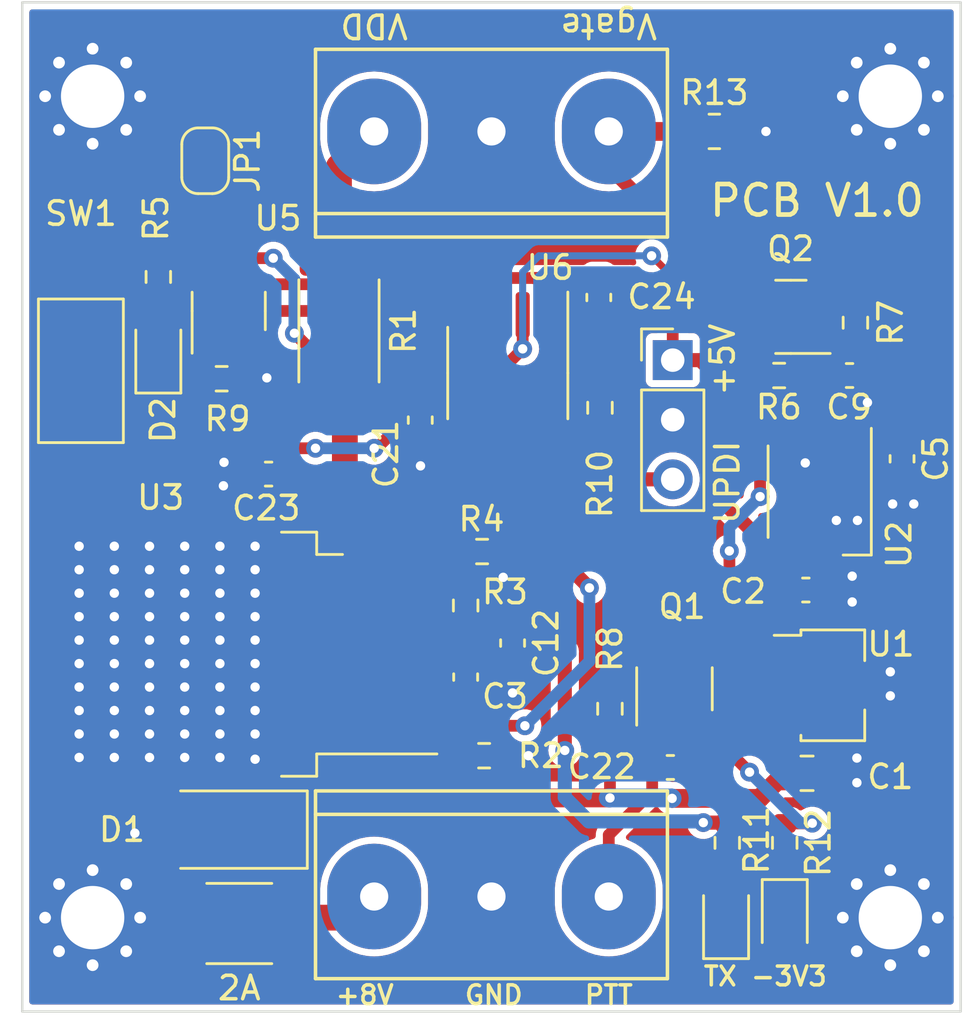
<source format=kicad_pcb>
(kicad_pcb (version 20211014) (generator pcbnew)
  (layers (0 "F.Cu" signal) (31 "B.Cu" signal) (34 "B.Paste" user) (35 "F.Paste" user) (36 "B.SilkS" user "B.Silkscreen") (37 "F.SilkS" user "F.Silkscreen") (38 "B.Mask" user) (39 "F.Mask" user) (44 "Edge.Cuts" user))
  (net 0 "")
  (net 1 "GNDREF")
  (net 2 "+5V")
  (net 3 "Net-(F1-Pad1)")
  (net 4 "Net-(C9-Pad2)")
  (net 5 "Net-(J3-Pad1)")
  (net 6 "Net-(C22-Pad1)")
  (net 7 "Net-(Q1-Pad1)")
  (net 8 "Net-(R3-Pad2)")
  (net 9 "Net-(D3-Pad2)")
  (net 10 "Net-(D4-Pad1)")
  (net 11 "Net-(C21-Pad2)")
  (net 12 "Net-(C23-Pad1)")
  (net 13 "Net-(J3-Pad3)")
  (net 14 "Net-(J2-Pad3)")
  (net 15 "Net-(C5-Pad1)")
  (net 16 "Net-(JP1-Pad2)")
  (net 17 "Net-(D2-Pad2)")
  (net 18 "Net-(C1-Pad1)")
  (net 21 "Net-(R2-Pad1)")
  (net 22 "Net-(C12-Pad1)")
  (net 23 "Net-(R10-Pad2)")
  (footprint "Capacitor_SMD:C_0603_1608Metric" (layer "F.Cu") (at 178.625 86.6)
    (fp_text reference "C22")
    (fp_text value "100n")
  )
  (footprint "Resistor_SMD:R_0603_1608Metric" (layer "F.Cu") (at 175.625 71.275 90)
    (fp_text reference "R10")
    (fp_text value "470R")
  )
  (footprint "Capacitor_SMD:C_0603_1608Metric" (layer "F.Cu") (at 186.2625 69.9 180)
    (fp_text reference "C9")
    (fp_text value "100n")
  )
  (footprint "Package_TO_SOT_SMD:TO-263-5_TabPin3" (layer "F.Cu") (at 160.6 81.775 180)
    (fp_text reference "U3")
    (fp_text value "MIC29302")
  )
  (footprint "Capacitor_SMD:C_0603_1608Metric" (layer "F.Cu") (at 175.575 66.575 -90)
    (fp_text reference "C24")
    (fp_text value "100n")
  )
  (footprint "Diode_SMD:D_SMA" (layer "F.Cu") (at 159.75 89.25 180)
    (fp_text reference "D1")
    (fp_text value "SS34")
  )
  (footprint "Resistor_SMD:R_0603_1608Metric" (layer "F.Cu") (at 170.6 77.4)
    (fp_text reference "R4")
    (fp_text value "470R")
  )
  (footprint "Package_TO_SOT_SMD:SOT-23" (layer "F.Cu") (at 183.7625 67.4 180)
    (fp_text reference "Q2")
    (fp_text value "BC859C")
  )
  (footprint "MountingHole:MountingHole_2.7mm_M2.5_Pad_Via" (layer "F.Cu") (at 154 58)
    (fp_text reference "H5" hide)
    (fp_text value "~")
  )
  (footprint "Resistor_SMD:R_0603_1608Metric" (layer "F.Cu") (at 176.05 84.1 -90)
    (fp_text reference "R8")
    (fp_text value "10K")
  )
  (footprint "MyFootprints:SOT-25_HandSoldering" (layer "F.Cu") (at 178.8 83.25 90)
    (fp_text reference "Q1")
    (fp_text value "FMG1")
  )
  (footprint "Resistor_SMD:R_0603_1608Metric" (layer "F.Cu") (at 183.5 89.8125 -90)
    (fp_text reference "R12")
    (fp_text value "330R")
  )
  (footprint "Fuse:Fuse_1812_4532Metric_Pad1.30x3.40mm_HandSolder" (layer "F.Cu") (at 160.25 93.25 180)
    (fp_text reference "F1" hide)
    (fp_text value "2A")
  )
  (footprint "Package_TO_SOT_SMD:SOT-23-5" (layer "F.Cu") (at 159.8 67.15 90)
    (fp_text reference "U5")
    (fp_text value "INA168")
  )
  (footprint "Capacitor_SMD:C_0603_1608Metric" (layer "F.Cu") (at 167.965 71.8 90)
    (fp_text reference "C21")
    (fp_text value "100n")
  )
  (footprint "LED_SMD:LED_0805_2012Metric" (layer "F.Cu") (at 181 93.0625 90)
    (fp_text reference "D3" hide)
    (fp_text value "Red LED")
  )
  (footprint "Jumper:SolderJumper-2_P1.3mm_Open_RoundedPad1.0x1.5mm" (layer "F.Cu") (at 158.8 60.75 -90)
    (fp_text reference "JP1")
    (fp_text value "'")
  )
  (footprint "Resistor_SMD:R_0603_1608Metric" (layer "F.Cu") (at 156.8 65.7 -90)
    (fp_text reference "R5")
    (fp_text value "10K")
  )
  (footprint "Resistor_SMD:R_0805_2012Metric" (layer "F.Cu") (at 180.5 59.5)
    (fp_text reference "R13")
    (fp_text value "100R")
  )
  (footprint "Capacitor_SMD:C_0603_1608Metric" (layer "F.Cu") (at 161.5 74.1 180)
    (fp_text reference "C23")
    (fp_text value "Opt")
  )
  (footprint "Resistor_SMD:R_0603_1608Metric" (layer "F.Cu") (at 186.5125 67.65 90)
    (fp_text reference "R7")
    (fp_text value "2K")
  )
  (footprint "Resistor_SMD:R_2512_6332Metric" (layer "F.Cu") (at 164.5 68 90)
    (fp_text reference "R1")
    (fp_text value "0.1R")
  )
  (footprint "Capacitor_SMD:C_0603_1608Metric" (layer "F.Cu") (at 188.5 73.45 -90)
    (fp_text reference "C5")
    (fp_text value "10u")
  )
  (footprint "MountingHole:MountingHole_2.7mm_M2.5_Pad_Via" (layer "F.Cu") (at 188 93)
    (fp_text reference "H2" hide)
    (fp_text value "~")
  )
  (footprint "MyFootprints:KF301-3P" (layer "F.Cu") (at 171 92.1 180)
    (fp_text reference "J1" hide)
    (fp_text value "8V-DC" hide)
  )
  (footprint "Resistor_SMD:R_0603_1608Metric" (layer "F.Cu") (at 170.6875 86.1)
    (fp_text reference "R2")
    (fp_text value "4K7")
  )
  (footprint "Resistor_SMD:R_0603_1608Metric" (layer "F.Cu") (at 183.2625 69.9 180)
    (fp_text reference "R6")
    (fp_text value "5K1")
  )
  (footprint "Package_TO_SOT_SMD:SOT-89-3" (layer "F.Cu") (at 185.25 83.1)
    (fp_text reference "U1")
    (fp_text value "L78L05_SOT89")
  )
  (footprint "Capacitor_SMD:C_0603_1608Metric" (layer "F.Cu") (at 169.9 82.75 90)
    (fp_text reference "C3")
    (fp_text value "100n")
  )
  (footprint "MyFootprints:KF301-3P" (layer "F.Cu") (at 171 59.5)
    (fp_text reference "J3" hide)
    (fp_text value "RF_unit" hide)
  )
  (footprint "Resistor_SMD:R_0603_1608Metric" (layer "F.Cu") (at 169.9 79.7 90)
    (fp_text reference "R3")
    (fp_text value "2K2")
  )
  (footprint "Package_SO:SOIC-8_3.9x4.9mm_P1.27mm" (layer "F.Cu") (at 171.695 69.795 -90)
    (fp_text reference "U6")
    (fp_text value "ATtiny412-SS")
  )
  (footprint "MountingHole:MountingHole_2.7mm_M2.5_Pad_Via" (layer "F.Cu") (at 154 93)
    (fp_text reference "H3" hide)
    (fp_text value "~")
  )
  (footprint "Capacitor_SMD:C_0805_2012Metric" (layer "F.Cu") (at 184.45 86.85)
    (fp_text reference "C1")
    (fp_text value "10u")
  )
  (footprint "LED_SMD:LED_0805_2012Metric" (layer "F.Cu") (at 156.8 68.9625 90)
    (fp_text reference "D2")
    (fp_text value "Blue LED")
  )
  (footprint "Resistor_SMD:R_0603_1608Metric" (layer "F.Cu") (at 181.05 89.8125 -90)
    (fp_text reference "R11")
    (fp_text value "1K")
  )
  (footprint "MyFootprints:R05C1TF05S" (layer "F.Cu") (at 184.99 74.85 -90)
    (fp_text reference "U2")
    (fp_text value "R05C1TF05S-R")
  )
  (footprint "MountingHole:MountingHole_2.7mm_M2.5_Pad_Via" (layer "F.Cu") (at 188 58)
    (fp_text reference "H6" hide)
    (fp_text value "~")
  )
  (footprint "Capacitor_SMD:C_0603_1608Metric" (layer "F.Cu") (at 184.4 79.04)
    (fp_text reference "C2")
    (fp_text value "10u")
  )
  (footprint "Connector_PinHeader_2.54mm:PinHeader_1x03_P2.54mm_Vertical" (layer "F.Cu") (at 178.725 69.245)
    (fp_text reference "J2" hide)
    (fp_text value "UPDI")
  )
  (footprint "Resistor_SMD:R_0603_1608Metric" (layer "F.Cu") (at 159.5 70.0375)
    (fp_text reference "R9")
    (fp_text value "51K")
  )
  (footprint "LED_SMD:LED_0805_2012Metric" (layer "F.Cu") (at 183.5 93.0625 -90)
    (fp_text reference "D4" hide)
    (fp_text value "Green LED")
  )
  (footprint "Button_Switch_SMD:SW_SPST_FSMSM" (layer "F.Cu") (at 153.5 69.7 90)
    (fp_text reference "SW1")
    (fp_text value "SW_Push")
  )
  (footprint "Capacitor_SMD:C_0603_1608Metric" (layer "F.Cu") (at 171.9 81.3 -90)
    (fp_text reference "C12")
    (fp_text value "10u")
  )
  (gr_rect (start 151 54) (end 191 97) (layer "Edge.Cuts") (width 0.1) (fill none))
  (gr_text "+5V" (at 180.85 69.225 90) (layer "F.SilkS") (effects (font (size 1 1))))
  (gr_text "2A" (at 160.25 96) (layer "F.SilkS") (effects (font (size 1 1))))
  (gr_text "Vgate" (at 176 55 180) (layer "F.SilkS") (effects (font (size 1 1))))
  (gr_text "PTT" (at 176 96.3) (layer "F.SilkS") (effects (font (size 0.8 0.8))))
  (gr_text "VDD" (at 166 55 180) (layer "F.SilkS") (effects (font (size 1 1))))
  (gr_text "TX" (at 180.75 95.5) (layer "F.SilkS") (effects (font (size 0.8 0.8))))
  (gr_text "-3V3" (at 183.68 95.5) (layer "F.SilkS") (effects (font (size 0.8 0.8))))
  (gr_text "PCB V1.0" (at 184.875 62.45) (layer "F.SilkS") (effects (font (size 1.3 1.3) (thickness 0.2))))
  (gr_text "+8V" (at 165.6 96.3) (layer "F.SilkS") (effects (font (size 0.8 0.8))))
  (gr_text "GND" (at 171.1 96.3) (layer "F.SilkS") (effects (font (size 0.8 0.8))))
  (gr_text "UPDI" (at 181.05 74.45 90) (layer "F.SilkS") (effects (font (size 1 1))))
  (segment (start 184.399022 83.1) (end 183.6875 83.1) (width 0.8) (layer "F.Cu") (net 1))
  (segment (start 159.8 68.2875) (end 159.8 69.5125) (width 0.5) (layer "F.Cu") (net 1))
  (segment (start 171.6125 86.2) (end 171.5125 86.1) (width 0.5) (layer "F.Cu") (net 1))
  (segment (start 159.8 69.5125) (end 160.325 70.0375) (width 0.5) (layer "F.Cu") (net 1))
  (via (at 157.925 81.175) (size 0.8) (drill 0.4) (layers "F.Cu" "B.Cu") (net 1))
  (via (at 161.425 70) (size 0.8) (drill 0.4) (layers "F.Cu" "B.Cu") (net 1))
  (via (at 155.8 89.4) (size 0.8) (drill 0.4) (layers "F.Cu" "B.Cu") (net 1))
  (via (at 185.7 76.075) (size 0.8) (drill 0.4) (layers "F.Cu" "B.Cu") (net 1))
  (via (at 186.375 78.45) (size 0.8) (drill 0.4) (layers "F.Cu" "B.Cu") (net 1))
  (via (at 156.425 83.175) (size 0.8) (drill 0.4) (layers "F.Cu" "B.Cu") (net 1))
  (via (at 186.575 86.2) (size 0.8) (drill 0.4) (layers "F.Cu" "B.Cu") (net 1))
  (via (at 156.425 80.175) (size 0.8) (drill 0.4) (layers "F.Cu" "B.Cu") (net 1))
  (via (at 160.925 78.175) (size 0.8) (drill 0.4) (layers "F.Cu" "B.Cu") (net 1))
  (via (at 154.925 82.175) (size 0.8) (drill 0.4) (layers "F.Cu" "B.Cu") (net 1))
  (via (at 154.925 84.175) (size 0.8) (drill 0.4) (layers "F.Cu" "B.Cu") (net 1))
  (via (at 172.575 86.1) (size 0.8) (drill 0.4) (layers "F.Cu" "B.Cu") (net 1))
  (via (at 153.425 80.175) (size 0.8) (drill 0.4) (layers "F.Cu" "B.Cu") (net 1))
  (via (at 156.425 77.175) (size 0.8) (drill 0.4) (layers "F.Cu" "B.Cu") (net 1))
  (via (at 160.925 86.25) (size 0.8) (drill 0.4) (layers "F.Cu" "B.Cu") (net 1))
  (via (at 156.425 81.175) (size 0.8) (drill 0.4) (layers "F.Cu" "B.Cu") (net 1))
  (via (at 154.925 83.175) (size 0.8) (drill 0.4) (layers "F.Cu" "B.Cu") (net 1))
  (via (at 156.425 79.175) (size 0.8) (drill 0.4) (layers "F.Cu" "B.Cu") (net 1))
  (via (at 188 83.55) (size 0.8) (drill 0.4) (layers "F.Cu" "B.Cu") (net 1))
  (via (at 160.925 80.175) (size 0.8) (drill 0.4) (layers "F.Cu" "B.Cu") (net 1))
  (via (at 159.425 86.175) (size 0.8) (drill 0.4) (layers "F.Cu" "B.Cu") (net 1))
  (via (at 160.925 83.175) (size 0.8) (drill 0.4) (layers "F.Cu" "B.Cu") (net 1))
  (via (at 160.925 81.175) (size 0.8) (drill 0.4) (layers "F.Cu" "B.Cu") (net 1))
  (via (at 159.425 79.175) (size 0.8) (drill 0.4) (layers "F.Cu" "B.Cu") (net 1))
  (via (at 159.575 74.6) (size 0.8) (drill 0.4) (layers "F.Cu" "B.Cu") (net 1))
  (via (at 153.425 83.175) (size 0.8) (drill 0.4) (layers "F.Cu" "B.Cu") (net 1))
  (via (at 153.425 79.175) (size 0.8) (drill 0.4) (layers "F.Cu" "B.Cu") (net 1))
  (via (at 153.425 81.175) (size 0.8) (drill 0.4) (layers "F.Cu" "B.Cu") (net 1))
  (via (at 182.7 59.5) (size 0.8) (drill 0.4) (layers "F.Cu" "B.Cu") (net 1))
  (via (at 159.425 85.175) (size 0.8) (drill 0.4) (layers "F.Cu" "B.Cu") (net 1))
  (via (at 188 82.525) (size 0.8) (drill 0.4) (layers "F.Cu" "B.Cu") (net 1))
  (via (at 159.6 73.6) (size 0.8) (drill 0.4) (layers "F.Cu" "B.Cu") (net 1))
  (via (at 159.425 83.175) (size 0.8) (drill 0.4) (layers "F.Cu" "B.Cu") (net 1))
  (via (at 153.425 85.175) (size 0.8) (drill 0.4) (layers "F.Cu" "B.Cu") (net 1))
  (via (at 153.425 82.175) (size 0.8) (drill 0.4) (layers "F.Cu" "B.Cu") (net 1))
  (via (at 159.425 81.175) (size 0.8) (drill 0.4) (layers "F.Cu" "B.Cu") (net 1))
  (via (at 186.6 76.075) (size 0.8) (drill 0.4) (layers "F.Cu" "B.Cu") (net 1))
  (via (at 157.925 82.175) (size 0.8) (drill 0.4) (layers "F.Cu" "B.Cu") (net 1))
  (via (at 160.925 85.175) (size 0.8) (drill 0.4) (layers "F.Cu" "B.Cu") (net 1))
  (via (at 157.925 80.175) (size 0.8) (drill 0.4) (layers "F.Cu" "B.Cu") (net 1))
  (via (at 154.925 78.175) (size 0.8) (drill 0.4) (layers "F.Cu" "B.Cu") (net 1))
  (via (at 156.425 82.175) (size 0.8) (drill 0.4) (layers "F.Cu" "B.Cu") (net 1))
  (via (at 154.925 77.175) (size 0.8) (drill 0.4) (layers "F.Cu" "B.Cu") (net 1))
  (via (at 167.975 73.75) (size 0.8) (drill 0.4) (layers "F.Cu" "B.Cu") (net 1))
  (via (at 153.425 86.175) (size 0.8) (drill 0.4) (layers "F.Cu" "B.Cu") (net 1))
  (via (at 160.925 79.175) (size 0.8) (drill 0.4) (layers "F.Cu" "B.Cu") (net 1))
  (via (at 187.025 71.05) (size 0.8) (drill 0.4) (layers "F.Cu" "B.Cu") (net 1))
  (via (at 153.425 84.175) (size 0.8) (drill 0.4) (layers "F.Cu" "B.Cu") (net 1))
  (via (at 154.925 80.175) (size 0.8) (drill 0.4) (layers "F.Cu" "B.Cu") (net 1))
  (via (at 153.425 78.175) (size 0.8) (drill 0.4) (layers "F.Cu" "B.Cu") (net 1))
  (via (at 186.575 87.25) (size 0.8) (drill 0.4) (layers "F.Cu" "B.Cu") (net 1))
  (via (at 156.425 84.175) (size 0.8) (drill 0.4) (layers "F.Cu" "B.Cu") (net 1))
  (via (at 159.425 78.175) (size 0.8) (drill 0.4) (layers "F.Cu" "B.Cu") (net 1))
  (via (at 157.925 79.175) (size 0.8) (drill 0.4) (layers "F.Cu" "B.Cu") (net 1))
  (via (at 154.925 81.175) (size 0.8) (drill 0.4) (layers "F.Cu" "B.Cu") (net 1))
  (via (at 171.5 78.5) (size 0.8) (drill 0.4) (layers "F.Cu" "B.Cu") (net 1))
  (via (at 157.925 77.175) (size 0.8) (drill 0.4) (layers "F.Cu" "B.Cu") (net 1))
  (via (at 156.425 78.175) (size 0.8) (drill 0.4) (layers "F.Cu" "B.Cu") (net 1))
  (via (at 154.925 85.175) (size 0.8) (drill 0.4) (layers "F.Cu" "B.Cu") (net 1))
  (via (at 157.925 84.175) (size 0.8) (drill 0.4) (layers "F.Cu" "B.Cu") (net 1))
  (via (at 154.925 79.175) (size 0.8) (drill 0.4) (layers "F.Cu" "B.Cu") (net 1))
  (via (at 159.425 80.175) (size 0.8) (drill 0.4) (layers "F.Cu" "B.Cu") (net 1))
  (via (at 186.375 79.55) (size 0.8) (drill 0.4) (layers "F.Cu" "B.Cu") (net 1))
  (via (at 157.925 78.175) (size 0.8) (drill 0.4) (layers "F.Cu" "B.Cu") (net 1))
  (via (at 160.925 82.175) (size 0.8) (drill 0.4) (layers "F.Cu" "B.Cu") (net 1))
  (via (at 189 75.375) (size 0.8) (drill 0.4) (layers "F.Cu" "B.Cu") (net 1))
  (via (at 154.925 86.175) (size 0.8) (drill 0.4) (layers "F.Cu" "B.Cu") (net 1))
  (via (at 159.425 82.175) (size 0.8) (drill 0.4) (layers "F.Cu" "B.Cu") (net 1))
  (via (at 159.425 84.175) (size 0.8) (drill 0.4) (layers "F.Cu" "B.Cu") (net 1))
  (via (at 188.1 75.375) (size 0.8) (drill 0.4) (layers "F.Cu" "B.Cu") (net 1))
  (via (at 153.425 77.175) (size 0.8) (drill 0.4) (layers "F.Cu" "B.Cu") (net 1))
  (via (at 157.925 83.175) (size 0.8) (drill 0.4) (layers "F.Cu" "B.Cu") (net 1))
  (via (at 184.375 73.625) (size 0.8) (drill 0.4) (layers "F.Cu" "B.Cu") (net 1))
  (via (at 160.925 84.175) (size 0.8) (drill 0.4) (layers "F.Cu" "B.Cu") (net 1))
  (via (at 157.925 86.175) (size 0.8) (drill 0.4) (layers "F.Cu" "B.Cu") (net 1))
  (via (at 159.425 77.175) (size 0.8) (drill 0.4) (layers "F.Cu" "B.Cu") (net 1))
  (via (at 171.9 83.425) (size 0.8) (drill 0.4) (layers "F.Cu" "B.Cu") (net 1))
  (via (at 157.925 85.175) (size 0.8) (drill 0.4) (layers "F.Cu" "B.Cu") (net 1))
  (via (at 156.425 86.175) (size 0.8) (drill 0.4) (layers "F.Cu" "B.Cu") (net 1))
  (via (at 160.925 77.175) (size 0.8) (drill 0.4) (layers "F.Cu" "B.Cu") (net 1))
  (via (at 156.425 85.175) (size 0.8) (drill 0.4) (layers "F.Cu" "B.Cu") (net 1))
  (segment (start 172.790461 65.74548) (end 176.89548 65.74548) (width 0.5) (layer "F.Cu") (net 2))
  (segment (start 179.895 69.245) (end 180.775 70.125) (width 0.6) (layer "F.Cu") (net 2))
  (segment (start 182.6 77.025) (end 183.3525 77.025) (width 0.6) (layer "F.Cu") (net 2))
  (segment (start 166.66952 67.15) (end 159.075 67.15) (width 0.5) (layer "F.Cu") (net 2))
  (segment (start 180.775 70.125) (end 180.775 75.2) (width 0.6) (layer "F.Cu") (net 2))
  (segment (start 178.725 69.245) (end 179.895 69.245) (width 0.6) (layer "F.Cu") (net 2))
  (segment (start 173.6 65.775) (end 173.625 65.75) (width 0.5) (layer "F.Cu") (net 2))
  (segment (start 158.85 66.925) (end 158.85 66.0125) (width 0.5) (layer "F.Cu") (net 2))
  (segment (start 176.89548 65.74548) (end 177.965 66.815) (width 0.5) (layer "F.Cu") (net 2))
  (segment (start 173.625 65.75) (end 173.62048 65.74548) (width 0.5) (layer "F.Cu") (net 2))
  (segment (start 173.62048 65.74548) (end 172.790461 65.74548) (width 0.5) (layer "F.Cu") (net 2))
  (segment (start 168.09952 65.74548) (end 166.66952 67.17548) (width 0.5) (layer "F.Cu") (net 2))
  (segment (start 178.725 69.245) (end 178.725 67.575) (width 0.5) (layer "F.Cu") (net 2))
  (segment (start 172.790461 65.74548) (end 168.09952 65.74548) (width 0.5) (layer "F.Cu") (net 2))
  (segment (start 180.775 75.2) (end 182.6 77.025) (width 0.6) (layer "F.Cu") (net 2))
  (segment (start 178.725 67.575) (end 177.965 66.815) (width 0.5) (layer "F.Cu") (net 2))
  (segment (start 159.075 67.15) (end 158.85 66.925) (width 0.5) (layer "F.Cu") (net 2))
  (segment (start 183.6 81.6) (end 183.65 77.125) (width 0.8) (layer "F.Cu") (net 2))
  (segment (start 173.6 67.32) (end 173.6 65.775) (width 0.5) (layer "F.Cu") (net 2))
  (segment (start 165.1 93) (end 163.225 93) (width 1.1) (layer "F.Cu") (net 3))
  (segment (start 166 92.1) (end 165.1 93) (width 1.1) (layer "F.Cu") (net 3))
  (segment (start 184.7 68.35) (end 186.3875 68.35) (width 0.6) (layer "F.Cu") (net 4))
  (segment (start 185.4875 69.9) (end 184.0875 69.9) (width 0.5) (layer "F.Cu") (net 4))
  (segment (start 186.3875 68.35) (end 186.5125 68.475) (width 0.6) (layer "F.Cu") (net 4))
  (segment (start 186.5125 68.475) (end 186.5125 68.875) (width 0.3) (layer "F.Cu") (net 4))
  (segment (start 186.5125 68.875) (end 185.4875 69.9) (width 0.5) (layer "F.Cu") (net 4))
  (segment (start 164.5 61) (end 166 59.5) (width 1.1) (layer "F.Cu") (net 5))
  (segment (start 163.525 66.0125) (end 164.5 65.0375) (width 0.5) (layer "F.Cu") (net 5))
  (segment (start 160.75 66.0125) (end 163.525 66.0125) (width 0.5) (layer "F.Cu") (net 5))
  (segment (start 164.5 65.0375) (end 164.5 61) (width 1.1) (layer "F.Cu") (net 5))
  (segment (start 177.85 84.6) (end 177.85 85.75) (width 0.5) (layer "F.Cu") (net 6))
  (segment (start 177.85 83.6) (end 177.525 83.275) (width 0.5) (layer "F.Cu") (net 6))
  (segment (start 176 92.1) (end 176 89.475) (width 0.5) (layer "F.Cu") (net 6))
  (segment (start 177.85 85.75) (end 177.85 86.6) (width 0.5) (layer "F.Cu") (net 6))
  (segment (start 177.85 84.6) (end 177.85 83.6) (width 0.5) (layer "F.Cu") (net 6))
  (segment (start 177.85 86.5) (end 177.75 86.6) (width 0.5) (layer "F.Cu") (net 6))
  (segment (start 176 89.475) (end 177.85 87.625) (width 0.5) (layer "F.Cu") (net 6))
  (segment (start 177.85 87.625) (end 177.85 86.6) (width 0.5) (layer "F.Cu") (net 6))
  (segment (start 177.525 83.275) (end 176.05 83.275) (width 0.5) (layer "F.Cu") (net 6))
  (segment (start 177.85 85.75) (end 177.85 86.5) (width 0.5) (layer "F.Cu") (net 6))
  (segment (start 172.33 72.27) (end 172.33 74.704287) (width 0.5) (layer "F.Cu") (net 7))
  (segment (start 177.85 82.05) (end 177.85 80.224287) (width 0.5) (layer "F.Cu") (net 7))
  (segment (start 172.33 74.704287) (end 176.549501 78.923788) (width 0.5) (layer "F.Cu") (net 7))
  (segment (start 177.85 80.224287) (end 176.549501 78.923788) (width 0.5) (layer "F.Cu") (net 7))
  (segment (start 169.775 78.35) (end 169.9 78.875) (width 0.3) (layer "F.Cu") (net 8))
  (segment (start 169.775 78.75) (end 169.9 78.875) (width 0.3) (layer "F.Cu") (net 8))
  (segment (start 166.375 78.375) (end 169.775 78.35) (width 0.5) (layer "F.Cu") (net 8))
  (segment (start 169.775 77.4) (end 169.775 78.75) (width 0.5) (layer "F.Cu") (net 8))
  (segment (start 181.05 90.6375) (end 181.05 92.075) (width 0.8) (layer "F.Cu") (net 9))
  (segment (start 181.05 92.075) (end 181 92.125) (width 0.8) (layer "F.Cu") (net 9))
  (segment (start 183.5 90.6375) (end 183.5 92.125) (width 0.5) (layer "F.Cu") (net 10))
  (segment (start 172.33 68.765) (end 172.33 67.32) (width 0.5) (layer "F.Cu") (net 11))
  (segment (start 167.965 71.025) (end 169.190489 71.025) (width 0.5) (layer "F.Cu") (net 11))
  (segment (start 182.4375 69.4125) (end 177.825 64.8) (width 0.3) (layer "F.Cu") (net 11))
  (segment (start 182.4375 69.9) (end 182.4375 69.4125) (width 0.3) (layer "F.Cu") (net 11))
  (segment (start 170.24952 70.84548) (end 172.33 68.765) (width 0.5) (layer "F.Cu") (net 11))
  (segment (start 169.370009 70.84548) (end 170.24952 70.84548) (width 0.5) (layer "F.Cu") (net 11))
  (segment (start 169.190489 71.025) (end 169.370009 70.84548) (width 0.5) (layer "F.Cu") (net 11))
  (via (at 172.33 68.765) (size 0.8) (drill 0.4) (layers "F.Cu" "B.Cu") (net 11))
  (via (at 177.825 64.8) (size 0.8) (drill 0.4) (layers "F.Cu" "B.Cu") (net 11))
  (segment (start 172.465 65.36) (end 172.33 65.495) (width 0.3) (layer "B.Cu") (net 11))
  (segment (start 177.825 64.8) (end 173.025 64.8) (width 0.3) (layer "B.Cu") (net 11))
  (segment (start 173.025 64.8) (end 172.465 65.36) (width 0.3) (layer "B.Cu") (net 11))
  (segment (start 172.33 65.495) (end 172.33 68.765) (width 0.3) (layer "B.Cu") (net 11))
  (segment (start 160.5 73) (end 162.5 73) (width 0.5) (layer "F.Cu") (net 12))
  (segment (start 158.85 69.8625) (end 158.675 70.0375) (width 0.5) (layer "F.Cu") (net 12))
  (segment (start 162.5 73) (end 163.5 73) (width 0.5) (layer "F.Cu") (net 12))
  (segment (start 167 72.111085) (end 167 70.561085) (width 0.5) (layer "F.Cu") (net 12))
  (segment (start 167 70.561085) (end 167.681085 69.88) (width 0.5) (layer "F.Cu") (net 12))
  (segment (start 171.06 68.49) (end 169.67 69.88) (width 0.5) (layer "F.Cu") (net 12))
  (segment (start 166.111085 73) (end 167 72.111085) (width 0.5) (layer "F.Cu") (net 12))
  (segment (start 162.275 73.225) (end 162.5 73) (width 0.5) (layer "F.Cu") (net 12))
  (segment (start 171.06 67.32) (end 171.06 68.49) (width 0.5) (layer "F.Cu") (net 12))
  (segment (start 158.675 70.0375) (end 158.675 71.175) (width 0.5) (layer "F.Cu") (net 12))
  (segment (start 162.275 74.1) (end 162.275 73.225) (width 0.5) (layer "F.Cu") (net 12))
  (segment (start 158.85 68.2875) (end 158.85 69.8625) (width 0.5) (layer "F.Cu") (net 12))
  (segment (start 169.67 69.88) (end 167.62 69.88) (width 0.5) (layer "F.Cu") (net 12))
  (segment (start 166 73) (end 166.111085 73) (width 0.5) (layer "F.Cu") (net 12))
  (segment (start 158.675 71.175) (end 160.5 73) (width 0.5) (layer "F.Cu") (net 12))
  (via (at 163.5 73) (size 0.8) (drill 0.4) (layers "F.Cu" "B.Cu") (net 12))
  (via (at 166 73) (size 0.8) (drill 0.4) (layers "F.Cu" "B.Cu") (net 12))
  (segment (start 163.5 73) (end 166 73) (width 0.5) (layer "B.Cu") (net 12))
  (segment (start 184.7 66.45) (end 181.45 66.45) (width 0.6) (layer "F.Cu") (net 13))
  (segment (start 179.375 59.6) (end 179.275 59.5) (width 0.25) (layer "F.Cu") (net 13))
  (segment (start 176 59.5) (end 176 59.499998) (width 0.6) (layer "F.Cu") (net 13))
  (segment (start 181.45 66.45) (end 176 61) (width 0.6) (layer "F.Cu") (net 13))
  (segment (start 176 61) (end 176 59.499998) (width 0.6) (layer "F.Cu") (net 13))
  (segment (start 179.275 59.5) (end 176 59.5) (width 0.8) (layer "F.Cu") (net 13))
  (segment (start 175.625 72.1) (end 175.625 73.175) (width 0.6) (layer "F.Cu") (net 14))
  (segment (start 176.775 74.325) (end 178.725 74.325) (width 0.6) (layer "F.Cu") (net 14))
  (segment (start 175.625 73.175) (end 176.775 74.325) (width 0.6) (layer "F.Cu") (net 14))
  (segment (start 181.16 80.75) (end 181.139054 77.375) (width 0.5) (layer "F.Cu") (net 15))
  (segment (start 183.5 88.9875) (end 184.6625 88.9875) (width 0.5) (layer "F.Cu") (net 15))
  (segment (start 183.3525 72.675) (end 183.3525 71.6525) (width 0.5) (layer "F.Cu") (net 15))
  (segment (start 183.3 71.6) (end 182.935978 71.6) (width 0.5) (layer "F.Cu") (net 15))
  (segment (start 183.3 71.6) (end 184.97943 71.6) (width 0.5) (layer "F.Cu") (net 15))
  (segment (start 188.5 72.65) (end 188.5 68.46) (width 0.8) (layer "F.Cu") (net 15))
  (segment (start 182.935978 71.6) (end 182.449119 72.086859) (width 0.5) (layer "F.Cu") (net 15))
  (segment (start 188.5 68.46) (end 186.865 66.825) (width 0.8) (layer "F.Cu") (net 15))
  (segment (start 181.16 85.96) (end 182 86.8) (width 0.5) (layer "F.Cu") (net 15))
  (segment (start 188.5 72.675) (end 186.6275 72.675) (width 0.5) (layer "F.Cu") (net 15))
  (segment (start 183.3525 71.6525) (end 183.3 71.6) (width 0.5) (layer "F.Cu") (net 15))
  (segment (start 182.825 67.4) (end 185.9375 67.4) (width 0.5) (layer "F.Cu") (net 15))
  (segment (start 186.865 66.825) (end 186.5125 66.825) (width 0.8) (layer "F.Cu") (net 15))
  (segment (start 184.6625 88.9875) (end 184.675 88.975) (width 0.5) (layer "F.Cu") (net 15))
  (segment (start 184.97943 71.6) (end 185.55 71.6) (width 0.5) (layer "F.Cu") (net 15))
  (segment (start 186.5125 66.825) (end 186.595 66.825) (width 0.5) (layer "F.Cu") (net 15))
  (segment (start 181.16 80) (end 181.16 86) (width 0.5) (layer "F.Cu") (net 15))
  (segment (start 185.55 71.6) (end 185.9 71.95) (width 0.5) (layer "F.Cu") (net 15))
  (segment (start 185.9 71.95) (end 185.9 72.665) (width 0.5) (layer "F.Cu") (net 15))
  (segment (start 185.9375 67.4) (end 186.5125 66.825) (width 0.5) (layer "F.Cu") (net 15))
  (segment (start 185.9 72.665) (end 185.89 72.675) (width 0.5) (layer "F.Cu") (net 15))
  (segment (start 182.449119 72.086859) (end 182.449119 75.061665) (width 0.5) (layer "F.Cu") (net 15))
  (via (at 184.675 88.975) (size 0.8) (drill 0.4) (layers "F.Cu" "B.Cu") (net 15))
  (via (at 181.139054 77.375) (size 0.8) (drill 0.4) (layers "F.Cu" "B.Cu") (net 15))
  (via (at 182 86.8) (size 0.8) (drill 0.4) (layers "F.Cu" "B.Cu") (net 15))
  (via (at 182.449119 75.061665) (size 0.8) (drill 0.4) (layers "F.Cu" "B.Cu") (net 15))
  (segment (start 184.175 88.975) (end 184.675 88.975) (width 0.5) (layer "B.Cu") (net 15))
  (segment (start 182.449119 75.061665) (end 181.139054 76.37173) (width 0.5) (layer "B.Cu") (net 15))
  (segment (start 181.139054 76.37173) (end 181.139054 77.375) (width 0.5) (layer "B.Cu") (net 15))
  (segment (start 182 86.8) (end 184.175 88.975) (width 0.5) (layer "B.Cu") (net 15))
  (segment (start 163.225 68.725) (end 162.6 68.1) (width 0.5) (layer "F.Cu") (net 16))
  (segment (start 169.79 67.32) (end 169.79 68.36) (width 0.5) (layer "F.Cu") (net 16))
  (segment (start 161.7 64.9) (end 158.8 64.9) (width 0.5) (layer "F.Cu") (net 16))
  (segment (start 154.2 64.9) (end 153.6 65.5) (width 0.5) (layer "F.Cu") (net 16))
  (segment (start 158.8 61.4) (end 158.8 64.9) (width 0.25) (layer "F.Cu") (net 16))
  (segment (start 169.425 68.725) (end 163.225 68.725) (width 0.5) (layer "F.Cu") (net 16))
  (segment (start 169.79 68.36) (end 169.425 68.725) (width 0.5) (layer "F.Cu") (net 16))
  (segment (start 158.8 64.9) (end 154.2 64.9) (width 0.5) (layer "F.Cu") (net 16))
  (via (at 162.6 68.1) (size 0.8) (drill 0.4) (layers "F.Cu" "B.Cu") (net 16))
  (via (at 161.7 64.9) (size 0.8) (drill 0.4) (layers "F.Cu" "B.Cu") (net 16))
  (segment (start 162.6 68.1) (end 162.6 65.8) (width 0.5) (layer "B.Cu") (net 16))
  (segment (start 162.6 65.8) (end 161.7 64.9) (width 0.5) (layer "B.Cu") (net 16))
  (segment (start 156.8 66.525) (end 156.8 68.025) (width 0.5) (layer "F.Cu") (net 17))
  (segment (start 162.674511 88.925489) (end 162.674511 87.325489) (width 0.8) (layer "F.Cu") (net 18))
  (segment (start 162.524511 89.075489) (end 162.674511 88.925489) (width 0.8) (layer "F.Cu") (net 18))
  (segment (start 183.5 84.7) (end 183.6 84.6) (width 0.8) (layer "F.Cu") (net 18))
  (segment (start 158.025 93.25) (end 158.025 92.975) (width 1.1) (layer "F.Cu") (net 18))
  (segment (start 169.9 83.525) (end 166.425 83.525) (width 0.5) (layer "F.Cu") (net 18))
  (segment (start 183.5 86.85) (end 183.5 84.7) (width 0.8) (layer "F.Cu") (net 18))
  (segment (start 166.425 83.525) (end 166.375 83.475) (width 0.5) (layer "F.Cu") (net 18))
  (segment (start 158.025 92.975) (end 161.75 89.25) (width 1.1) (layer "F.Cu") (net 18))
  (segment (start 183.5 86.85) (end 182.430816 87.919184) (width 0.8) (layer "F.Cu") (net 18))
  (segment (start 162.674511 87.325489) (end 162.674511 84.826467) (width 0.8) (layer "F.Cu") (net 18))
  (segment (start 162.674511 84.826467) (end 164.025978 83.475) (width 0.8) (layer "F.Cu") (net 18))
  (segment (start 164.025978 83.475) (end 166.375 83.475) (width 0.8) (layer "F.Cu") (net 18))
  (segment (start 176.05 84.925) (end 176.05 87.9) (width 0.5) (layer "F.Cu") (net 18))
  (segment (start 162.524511 89.075489) (end 162.5 89.1) (width 0.8) (layer "F.Cu") (net 18))
  (segment (start 163.049022 87.7) (end 163.249022 87.9) (width 0.8) (layer "F.Cu") (net 18))
  (segment (start 163.249022 87.9) (end 175.975 87.9) (width 0.8) (layer "F.Cu") (net 18))
  (segment (start 182.430816 87.919184) (end 178.6995 87.919184) (width 0.8) (layer "F.Cu") (net 18))
  (via (at 176.05 87.9) (size 0.8) (drill 0.4) (layers "F.Cu" "B.Cu") (net 18))
  (via (at 178.6995 87.919184) (size 0.8) (drill 0.4) (layers "F.Cu" "B.Cu") (net 18))
  (segment (start 178.680316 87.9) (end 175.975 87.9) (width 0.8) (layer "B.Cu") (net 18))
  (segment (start 178.6995 87.919184) (end 178.680316 87.9) (width 0.8) (layer "B.Cu") (net 18))
  (segment (start 166.375 85.175) (end 168.9375 85.175) (width 0.5) (layer "F.Cu") (net 21))
  (segment (start 169.79 73.565) (end 175.175 78.95) (width 0.6) (layer "F.Cu") (net 21))
  (segment (start 169.79 72.27) (end 169.79 73.565) (width 0.6) (layer "F.Cu") (net 21))
  (segment (start 172.425 84.825) (end 171.1375 84.825) (width 0.5) (layer "F.Cu") (net 21))
  (segment (start 171.075 84.8875) (end 169.8625 86.1) (width 0.5) (layer "F.Cu") (net 21))
  (segment (start 168.9375 85.175) (end 169.8625 86.1) (width 0.5) (layer "F.Cu") (net 21))
  (via (at 175.175 78.95) (size 0.8) (drill 0.4) (layers "F.Cu" "B.Cu") (net 21))
  (via (at 172.425 84.825) (size 0.8) (drill 0.4) (layers "F.Cu" "B.Cu") (net 21))
  (segment (start 175.175 82.075) (end 172.425 84.825) (width 0.5) (layer "B.Cu") (net 21))
  (segment (start 175.175 78.95) (end 175.175 82.075) (width 0.5) (layer "B.Cu") (net 21))
  (segment (start 171.875 80.525) (end 171.9 80.55) (width 0.6) (layer "F.Cu") (net 22))
  (segment (start 180.03 88.95) (end 181.0125 88.95) (width 0.6) (layer "F.Cu") (net 22))
  (segment (start 173.001391 80.55) (end 171.9 80.55) (width 0.6) (layer "F.Cu") (net 22))
  (segment (start 169.9 80.525) (end 171.875 80.525) (width 0.6) (layer "F.Cu") (net 22))
  (segment (start 164.75 71) (end 164.75 75.25) (width 1.1) (layer "F.Cu") (net 22))
  (segment (start 166.375 80.075) (end 164.025978 80.075) (width 0.8) (layer "F.Cu") (net 22))
  (segment (start 174.125 81.673609) (end 173.001391 80.55) (width 0.6) (layer "F.Cu") (net 22))
  (segment (start 164.75 75.25) (end 163 77) (width 1.1) (layer "F.Cu") (net 22))
  (segment (start 160.75 68.2875) (end 161.2875 68.2875) (width 0.5) (layer "F.Cu") (net 22))
  (segment (start 166.375 80.075) (end 169.45 80.075) (width 0.5) (layer "F.Cu") (net 22))
  (segment (start 161.2875 68.2875) (end 163.9625 70.9625) (width 0.5) (layer "F.Cu") (net 22))
  (segment (start 163 79.049022) (end 163 77) (width 1.1) (layer "F.Cu") (net 22))
  (segment (start 174.125 85.875) (end 174.125 81.673609) (width 0.6) (layer "F.Cu") (net 22))
  (segment (start 181.0125 88.95) (end 181.05 88.9875) (width 0.6) (layer "F.Cu") (net 22))
  (segment (start 169.45 80.075) (end 169.9 80.525) (width 0.5) (layer "F.Cu") (net 22))
  (segment (start 164.025978 80.075) (end 163 79.049022) (width 1.1) (layer "F.Cu") (net 22))
  (segment (start 163.9625 70.9625) (end 164.5 70.9625) (width 0.5) (layer "F.Cu") (net 22))
  (via (at 174.125 85.875) (size 0.8) (drill 0.4) (layers "F.Cu" "B.Cu") (net 22))
  (via (at 180.03 88.95) (size 0.8) (drill 0.4) (layers "F.Cu" "B.Cu") (net 22))
  (segment (start 174.125 87.875) (end 174.125 85.875) (width 0.6) (layer "B.Cu") (net 22))
  (segment (start 179.98 88.9) (end 175.15 88.9) (width 0.6) (layer "B.Cu") (net 22))
  (segment (start 175.15 88.9) (end 174.125 87.875) (width 0.6) (layer "B.Cu") (net 22))
  (segment (start 180.03 88.95) (end 179.98 88.9) (width 0.6) (layer "B.Cu") (net 22))
  (segment (start 171.06 71.265) (end 171.9 70.425) (width 0.6) (layer "F.Cu") (net 23))
  (segment (start 171.06 72.27) (end 171.06 71.265) (width 0.6) (layer "F.Cu") (net 23))
  (segment (start 171.9 70.425) (end 175.6 70.425) (width 0.6) (layer "F.Cu") (net 23))
  (segment (start 175.6 70.425) (end 175.625 70.45) (width 0.6) (layer "F.Cu") (net 23))
  (zone (net 15) (net_name "Net-(C5-Pad1)") (layer "F.Cu") (priority 1) (connect_pads yes (clearance 0)) (min_thickness 0.254) (fill yes (thermal_gap 0.508) (thermal_bridge_width 0.508) (smoothing fillet) (radius 0.5))
    (polygon (pts (xy 186.9 73) (xy 185.15 73) (xy 185.15 72.325) (xy 186.9 72.325)))
  )
  (zone (net 1) (net_name "GNDREF") (layers F&B.Cu) (connect_pads yes (clearance 0.3)) (min_thickness 0.254) (fill yes (thermal_gap 0.508) (thermal_bridge_width 0.508))
    (polygon (pts (xy 191 97) (xy 151 97) (xy 151 53.9) (xy 191 53.9)))
  )
  (zone (net 2) (net_name "+5V") (layer "F.Cu") (priority 1) (connect_pads yes (clearance 0)) (min_thickness 0.254) (fill yes (thermal_gap 0.508) (thermal_bridge_width 0.508) (smoothing fillet) (radius 0.5))
    (polygon (pts (xy 184.825 77.35) (xy 183.075 77.35) (xy 183.075 76.7) (xy 184.825 76.7)))
  )
  (zone (net 1) (net_name "GNDREF") (layer "B.Cu") (connect_pads (clearance 0.508)) (min_thickness 0.254) (fill yes (thermal_gap 0.508) (thermal_bridge_width 0.508))
    (polygon (pts (xy 191 97) (xy 151 97) (xy 151 54) (xy 191 54)))
  )
)
</source>
